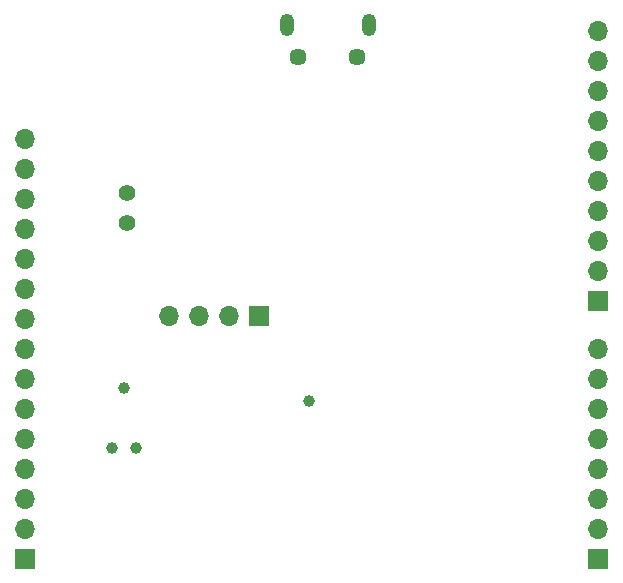
<source format=gbr>
G04 #@! TF.GenerationSoftware,KiCad,Pcbnew,5.1.9*
G04 #@! TF.CreationDate,2021-03-28T15:13:34+02:00*
G04 #@! TF.ProjectId,dwm1001-devboard,64776d31-3030-4312-9d64-6576626f6172,1*
G04 #@! TF.SameCoordinates,Original*
G04 #@! TF.FileFunction,Soldermask,Bot*
G04 #@! TF.FilePolarity,Negative*
%FSLAX46Y46*%
G04 Gerber Fmt 4.6, Leading zero omitted, Abs format (unit mm)*
G04 Created by KiCad (PCBNEW 5.1.9) date 2021-03-28 15:13:34*
%MOMM*%
%LPD*%
G01*
G04 APERTURE LIST*
%ADD10C,1.450000*%
%ADD11O,1.200000X1.900000*%
%ADD12O,1.700000X1.700000*%
%ADD13R,1.700000X1.700000*%
%ADD14C,1.000000*%
%ADD15C,1.400000*%
%ADD16C,0.990600*%
G04 APERTURE END LIST*
D10*
X138644000Y-67724000D03*
X133644000Y-67724000D03*
D11*
X139644000Y-65024000D03*
X132644000Y-65024000D03*
D12*
X122682000Y-89662000D03*
X125222000Y-89662000D03*
X127762000Y-89662000D03*
D13*
X130302000Y-89662000D03*
D14*
X134515000Y-96812000D03*
D15*
X119126000Y-81788000D03*
X119126000Y-79248000D03*
D12*
X159004000Y-65536000D03*
X159004000Y-68076000D03*
X159004000Y-70616000D03*
X159004000Y-73156000D03*
X159004000Y-75696000D03*
X159004000Y-78236000D03*
X159004000Y-80776000D03*
X159004000Y-83316000D03*
X159004000Y-85856000D03*
D13*
X159004000Y-88396000D03*
X158990000Y-110236000D03*
D12*
X158990000Y-107696000D03*
X158990000Y-105156000D03*
X158990000Y-102616000D03*
X158990000Y-100076000D03*
X158990000Y-97536000D03*
X158990000Y-94996000D03*
X158990000Y-92456000D03*
D16*
X118872000Y-95758000D03*
X117856000Y-100838000D03*
X119888000Y-100838000D03*
D12*
X110490000Y-74676000D03*
X110490000Y-77216000D03*
X110490000Y-79756000D03*
X110490000Y-82296000D03*
X110490000Y-84836000D03*
X110490000Y-87376000D03*
X110490000Y-89916000D03*
X110490000Y-92456000D03*
X110490000Y-94996000D03*
X110490000Y-97536000D03*
X110490000Y-100076000D03*
X110490000Y-102616000D03*
X110490000Y-105156000D03*
X110490000Y-107696000D03*
D13*
X110490000Y-110236000D03*
M02*

</source>
